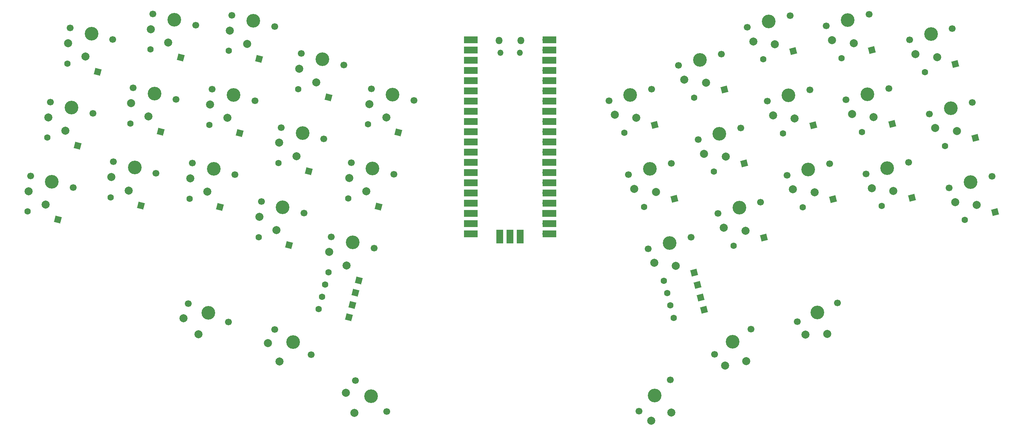
<source format=gts>
%TF.GenerationSoftware,KiCad,Pcbnew,(6.0.4)*%
%TF.CreationDate,2022-04-18T20:51:41-04:00*%
%TF.ProjectId,crowboard,63726f77-626f-4617-9264-2e6b69636164,rev?*%
%TF.SameCoordinates,Original*%
%TF.FileFunction,Soldermask,Top*%
%TF.FilePolarity,Negative*%
%FSLAX46Y46*%
G04 Gerber Fmt 4.6, Leading zero omitted, Abs format (unit mm)*
G04 Created by KiCad (PCBNEW (6.0.4)) date 2022-04-18 20:51:41*
%MOMM*%
%LPD*%
G01*
G04 APERTURE LIST*
G04 Aperture macros list*
%AMRotRect*
0 Rectangle, with rotation*
0 The origin of the aperture is its center*
0 $1 length*
0 $2 width*
0 $3 Rotation angle, in degrees counterclockwise*
0 Add horizontal line*
21,1,$1,$2,0,0,$3*%
G04 Aperture macros list end*
%ADD10C,2.000000*%
%ADD11C,3.400000*%
%ADD12C,1.700000*%
%ADD13RotRect,1.600000X1.600000X345.000000*%
%ADD14C,1.600000*%
%ADD15RotRect,1.600000X1.600000X15.000000*%
%ADD16O,1.700000X1.700000*%
%ADD17R,1.700000X3.500000*%
%ADD18R,1.700000X1.700000*%
%ADD19R,3.500000X1.700000*%
%ADD20O,1.800000X1.800000*%
%ADD21O,1.500000X1.500000*%
G04 APERTURE END LIST*
D10*
%TO.C,MX24*%
X86731487Y-90722562D03*
X91017597Y-94045101D03*
D11*
X92544629Y-88346139D03*
D12*
X87232037Y-86922634D03*
X97857221Y-89769644D03*
%TD*%
D13*
%TO.C,D11*%
X41574288Y-73045175D03*
D14*
X34040066Y-71026387D03*
%TD*%
D15*
%TO.C,D7*%
X202392307Y-59078709D03*
D14*
X194858085Y-61097497D03*
%TD*%
D10*
%TO.C,MX2*%
X59790719Y-44059782D03*
X64076829Y-47382321D03*
D12*
X60291269Y-40259854D03*
X70916453Y-43106864D03*
D11*
X65603861Y-41683359D03*
%TD*%
D15*
%TO.C,D20*%
X264785284Y-71121827D03*
D14*
X257251062Y-73140615D03*
%TD*%
D10*
%TO.C,MX28*%
X219439865Y-83919142D03*
X224813014Y-84653491D03*
D12*
X217973390Y-80378034D03*
D11*
X223285982Y-78954529D03*
D12*
X228598574Y-77531024D03*
%TD*%
D13*
%TO.C,D4*%
X103967265Y-61002057D03*
D14*
X96433043Y-58983269D03*
%TD*%
D13*
%TO.C,D15*%
X116410461Y-88166965D03*
D14*
X108876239Y-86148177D03*
%TD*%
D13*
%TO.C,D25*%
X111479959Y-106567852D03*
D14*
X103945737Y-104549064D03*
%TD*%
D10*
%TO.C,MX11*%
X34253848Y-65978465D03*
X38539958Y-69301004D03*
D11*
X40066990Y-63602042D03*
D12*
X34754398Y-62178537D03*
X45379582Y-65025547D03*
%TD*%
D15*
%TO.C,D17*%
X207322809Y-77479596D03*
D14*
X199788587Y-79498384D03*
%TD*%
D15*
%TO.C,D19*%
X244124583Y-67618590D03*
D14*
X236590361Y-69637378D03*
%TD*%
D10*
%TO.C,MX3*%
X79424231Y-44390063D03*
X83710341Y-47712602D03*
D12*
X79924781Y-40590135D03*
D11*
X85237373Y-42013640D03*
D12*
X90549965Y-43437145D03*
%TD*%
D13*
%TO.C,D14*%
X99036762Y-79402944D03*
D14*
X91502540Y-77384156D03*
%TD*%
D13*
%TO.C,D23*%
X76937998Y-88273106D03*
D14*
X69403776Y-86254318D03*
%TD*%
D10*
%TO.C,MX17*%
X197341101Y-75048980D03*
X202714250Y-75783329D03*
D12*
X195874626Y-71507872D03*
D11*
X201187218Y-70084367D03*
D12*
X206499810Y-68660862D03*
%TD*%
D10*
%TO.C,MX35*%
X202560575Y-127775631D03*
X207860846Y-126627968D03*
D12*
X199971409Y-124949641D03*
D11*
X204476745Y-121794971D03*
D12*
X208982081Y-118640301D03*
%TD*%
D15*
%TO.C,D18*%
X224491071Y-67948871D03*
D14*
X216956849Y-69967659D03*
%TD*%
D13*
%TO.C,D12*%
X62234988Y-69541938D03*
D14*
X54700766Y-67523150D03*
%TD*%
D10*
%TO.C,MX21*%
X29323346Y-84379352D03*
X33609456Y-87701891D03*
D12*
X29823896Y-80579424D03*
D11*
X35136488Y-82002929D03*
D12*
X40449080Y-83426434D03*
%TD*%
D13*
%TO.C,D22*%
X57304486Y-87942825D03*
D14*
X49770264Y-85924037D03*
%TD*%
D13*
%TO.C,D24*%
X94106260Y-97803831D03*
D14*
X86572038Y-95785043D03*
%TD*%
D13*
%TO.C,D3*%
X86684300Y-51440598D03*
D14*
X79150078Y-49421810D03*
%TD*%
D13*
%TO.C,D21*%
X36643785Y-91446062D03*
D14*
X29109563Y-89427274D03*
%TD*%
D10*
%TO.C,MX9*%
X229212372Y-46787087D03*
X234585521Y-47521436D03*
D12*
X238371081Y-40398969D03*
X227745897Y-43245979D03*
D11*
X233058489Y-41822474D03*
%TD*%
D10*
%TO.C,MX22*%
X49929713Y-80861556D03*
X54215823Y-84184095D03*
D11*
X55742855Y-78485133D03*
D12*
X50430263Y-77061628D03*
X61055447Y-79908638D03*
%TD*%
D10*
%TO.C,MX1*%
X39184351Y-47577578D03*
X43470461Y-50900117D03*
D12*
X39684901Y-43777650D03*
X50310085Y-46624660D03*
D11*
X44997493Y-45201155D03*
%TD*%
D10*
%TO.C,MX26*%
X184952238Y-102199329D03*
X190325387Y-102933678D03*
D12*
X194110947Y-95811211D03*
D11*
X188798355Y-97234716D03*
D12*
X183485763Y-98658221D03*
%TD*%
D10*
%TO.C,MX33*%
X108306094Y-134475730D03*
X110356704Y-139496188D03*
D11*
X114528634Y-135324258D03*
D12*
X110639547Y-131435171D03*
X118417721Y-139213345D03*
%TD*%
D10*
%TO.C,MX5*%
X114074858Y-62713926D03*
X118360968Y-66036465D03*
D12*
X114575408Y-58913998D03*
D11*
X119888000Y-60337503D03*
D12*
X125200592Y-61761008D03*
%TD*%
D15*
%TO.C,D6*%
X185018608Y-67842729D03*
D14*
X177484386Y-69861517D03*
%TD*%
D13*
%TO.C,D1*%
X46571198Y-54662082D03*
D14*
X39036976Y-52643294D03*
%TD*%
D10*
%TO.C,MX30*%
X259788412Y-87077540D03*
X265161561Y-87811889D03*
D12*
X258321937Y-83536432D03*
X268947121Y-80689422D03*
D11*
X263634529Y-82112927D03*
%TD*%
D10*
%TO.C,MX10*%
X249927406Y-50275766D03*
X255300555Y-51010115D03*
D12*
X248460931Y-46734658D03*
X259086115Y-43887648D03*
D11*
X253773523Y-45311153D03*
%TD*%
D10*
%TO.C,MX6*%
X175145566Y-65382997D03*
X180518715Y-66117346D03*
D11*
X178991683Y-60418384D03*
D12*
X173679091Y-61841889D03*
X184304275Y-58994879D03*
%TD*%
D10*
%TO.C,MX14*%
X91661990Y-72321675D03*
X95948100Y-75644214D03*
D12*
X102787724Y-71368757D03*
X92162540Y-68521747D03*
D11*
X97475132Y-69945252D03*
%TD*%
D15*
%TO.C,D36*%
X195701364Y-107711318D03*
D14*
X188167142Y-109730106D03*
%TD*%
D10*
%TO.C,MX16*%
X180021735Y-83798442D03*
X185394884Y-84532791D03*
D11*
X183867852Y-78833829D03*
D12*
X178555260Y-80257334D03*
X189180444Y-77410324D03*
%TD*%
D10*
%TO.C,MX23*%
X69563226Y-81191837D03*
X73849336Y-84514376D03*
D12*
X70063776Y-77391909D03*
X80688960Y-80238919D03*
D11*
X75376368Y-78815414D03*
%TD*%
D10*
%TO.C,MX13*%
X74493729Y-62790950D03*
X78779839Y-66113489D03*
D11*
X80306871Y-60414527D03*
D12*
X85619463Y-61838032D03*
X74994279Y-58991022D03*
%TD*%
D10*
%TO.C,MX19*%
X234142875Y-65187974D03*
X239516024Y-65922323D03*
D11*
X237988992Y-60223361D03*
D12*
X232676400Y-61646866D03*
X243301584Y-58799856D03*
%TD*%
D10*
%TO.C,MX32*%
X88839957Y-122149865D03*
X91731207Y-126737966D03*
D11*
X95115308Y-121904969D03*
D12*
X99620644Y-125059639D03*
X90609972Y-118750299D03*
%TD*%
D16*
%TO.C,U1*%
X151638000Y-94766000D03*
D17*
X151638000Y-95666000D03*
X149098000Y-95666000D03*
D18*
X149098000Y-94766000D03*
D17*
X146558000Y-95666000D03*
D16*
X146558000Y-94766000D03*
X157988000Y-46736000D03*
D19*
X158888000Y-46736000D03*
D16*
X157988000Y-49276000D03*
D19*
X158888000Y-49276000D03*
D18*
X157988000Y-51816000D03*
D19*
X158888000Y-51816000D03*
D16*
X157988000Y-54356000D03*
D19*
X158888000Y-54356000D03*
X158888000Y-56896000D03*
D16*
X157988000Y-56896000D03*
D19*
X158888000Y-59436000D03*
D16*
X157988000Y-59436000D03*
D19*
X158888000Y-61976000D03*
D16*
X157988000Y-61976000D03*
D18*
X157988000Y-64516000D03*
D19*
X158888000Y-64516000D03*
D16*
X157988000Y-67056000D03*
D19*
X158888000Y-67056000D03*
X158888000Y-69596000D03*
D16*
X157988000Y-69596000D03*
D19*
X158888000Y-72136000D03*
D16*
X157988000Y-72136000D03*
D19*
X158888000Y-74676000D03*
D16*
X157988000Y-74676000D03*
D18*
X157988000Y-77216000D03*
D19*
X158888000Y-77216000D03*
D16*
X157988000Y-79756000D03*
D19*
X158888000Y-79756000D03*
X158888000Y-82296000D03*
D16*
X157988000Y-82296000D03*
D19*
X158888000Y-84836000D03*
D16*
X157988000Y-84836000D03*
D19*
X158888000Y-87376000D03*
D16*
X157988000Y-87376000D03*
D18*
X157988000Y-89916000D03*
D19*
X158888000Y-89916000D03*
X158888000Y-92456000D03*
D16*
X157988000Y-92456000D03*
D19*
X158888000Y-94996000D03*
D16*
X157988000Y-94996000D03*
X140208000Y-94996000D03*
D19*
X139308000Y-94996000D03*
X139308000Y-92456000D03*
D16*
X140208000Y-92456000D03*
D18*
X140208000Y-89916000D03*
D19*
X139308000Y-89916000D03*
D16*
X140208000Y-87376000D03*
D19*
X139308000Y-87376000D03*
D16*
X140208000Y-84836000D03*
D19*
X139308000Y-84836000D03*
D16*
X140208000Y-82296000D03*
D19*
X139308000Y-82296000D03*
X139308000Y-79756000D03*
D16*
X140208000Y-79756000D03*
D19*
X139308000Y-77216000D03*
D18*
X140208000Y-77216000D03*
D16*
X140208000Y-74676000D03*
D19*
X139308000Y-74676000D03*
X139308000Y-72136000D03*
D16*
X140208000Y-72136000D03*
D19*
X139308000Y-69596000D03*
D16*
X140208000Y-69596000D03*
D19*
X139308000Y-67056000D03*
D16*
X140208000Y-67056000D03*
D19*
X139308000Y-64516000D03*
D18*
X140208000Y-64516000D03*
D16*
X140208000Y-61976000D03*
D19*
X139308000Y-61976000D03*
X139308000Y-59436000D03*
D16*
X140208000Y-59436000D03*
D19*
X139308000Y-56896000D03*
D16*
X140208000Y-56896000D03*
X140208000Y-54356000D03*
D19*
X139308000Y-54356000D03*
X139308000Y-51816000D03*
D18*
X140208000Y-51816000D03*
D16*
X140208000Y-49276000D03*
D19*
X139308000Y-49276000D03*
D16*
X140208000Y-46736000D03*
D19*
X139308000Y-46736000D03*
D20*
X146373000Y-46866000D03*
D21*
X146673000Y-49896000D03*
D20*
X151823000Y-46866000D03*
D21*
X151523000Y-49896000D03*
%TD*%
D15*
%TO.C,D34*%
X197344865Y-113844947D03*
D14*
X189810643Y-115863735D03*
%TD*%
D15*
%TO.C,D26*%
X194879613Y-104644503D03*
D14*
X187345391Y-106663291D03*
%TD*%
D10*
%TO.C,MX34*%
X184214892Y-141436800D03*
X189235350Y-139386190D03*
D12*
X188952507Y-131325173D03*
X181174333Y-139103347D03*
D11*
X185063420Y-135214260D03*
%TD*%
D10*
%TO.C,MX15*%
X109090022Y-81100254D03*
X113376132Y-84422793D03*
D11*
X114903164Y-78723831D03*
D12*
X120215756Y-80147336D03*
X109590572Y-77300326D03*
%TD*%
D10*
%TO.C,MX7*%
X192464931Y-56633534D03*
X197838080Y-57367883D03*
D12*
X190998456Y-53092426D03*
X201623640Y-50245416D03*
D11*
X196311048Y-51668921D03*
%TD*%
D10*
%TO.C,MX25*%
X104159519Y-99501141D03*
X108445629Y-102823680D03*
D12*
X104660069Y-95701213D03*
D11*
X109972661Y-97124718D03*
D12*
X115285253Y-98548223D03*
%TD*%
D15*
%TO.C,D27*%
X212253312Y-95880483D03*
D14*
X204719090Y-97899271D03*
%TD*%
D15*
%TO.C,D29*%
X249055086Y-86019477D03*
D14*
X241520864Y-88038265D03*
%TD*%
D13*
%TO.C,D2*%
X67165491Y-51141051D03*
D14*
X59631269Y-49122263D03*
%TD*%
D13*
%TO.C,D33*%
X109022925Y-115737627D03*
D14*
X101488703Y-113718839D03*
%TD*%
D10*
%TO.C,MX20*%
X254857909Y-68676653D03*
X260231058Y-69411002D03*
D12*
X253391434Y-65135545D03*
D11*
X258704026Y-63712040D03*
D12*
X264016618Y-62288535D03*
%TD*%
D10*
%TO.C,MX4*%
X96646826Y-53935346D03*
X100932936Y-57257885D03*
D12*
X107772560Y-52982428D03*
D11*
X102459968Y-51558923D03*
D12*
X97147376Y-50135418D03*
%TD*%
D15*
%TO.C,D9*%
X239079377Y-49248438D03*
D14*
X231545155Y-51267226D03*
%TD*%
D10*
%TO.C,MX27*%
X202271604Y-93449867D03*
X207644753Y-94184216D03*
D12*
X200805129Y-89908759D03*
D11*
X206117721Y-88485254D03*
D12*
X211430313Y-87061749D03*
%TD*%
D10*
%TO.C,MX36*%
X222607981Y-120066371D03*
X228027019Y-119856526D03*
D12*
X220548878Y-116833710D03*
X230518264Y-112184910D03*
D11*
X225533571Y-114509310D03*
%TD*%
D15*
%TO.C,D16*%
X189949111Y-86243616D03*
D14*
X182414889Y-88262404D03*
%TD*%
D15*
%TO.C,D28*%
X229421574Y-86349758D03*
D14*
X221887352Y-88368546D03*
%TD*%
D15*
%TO.C,D30*%
X269715787Y-89522714D03*
D14*
X262181565Y-91541502D03*
%TD*%
D15*
%TO.C,D10*%
X259854781Y-52720940D03*
D14*
X252320559Y-54739728D03*
%TD*%
D10*
%TO.C,MX8*%
X209578859Y-47117368D03*
X214952008Y-47851717D03*
D12*
X208112384Y-43576260D03*
X218737568Y-40729250D03*
D11*
X213424976Y-42152755D03*
%TD*%
D15*
%TO.C,D8*%
X219560568Y-49547984D03*
D14*
X212026346Y-51566772D03*
%TD*%
D10*
%TO.C,MX29*%
X239073378Y-83588861D03*
X244446527Y-84323210D03*
D12*
X248232087Y-77200743D03*
X237606903Y-80047753D03*
D11*
X242919495Y-78624248D03*
%TD*%
D13*
%TO.C,D32*%
X109844675Y-112670813D03*
D14*
X102310453Y-110652025D03*
%TD*%
D13*
%TO.C,D13*%
X81868501Y-69872219D03*
D14*
X74334279Y-67853431D03*
%TD*%
D15*
%TO.C,D35*%
X196523114Y-110778132D03*
D14*
X188988892Y-112796920D03*
%TD*%
D13*
%TO.C,D31*%
X110658208Y-109634666D03*
D14*
X103123986Y-107615878D03*
%TD*%
D13*
%TO.C,D5*%
X121340964Y-69766078D03*
D14*
X113806742Y-67747290D03*
%TD*%
D10*
%TO.C,MX12*%
X54860216Y-62460669D03*
X59146326Y-65783208D03*
D12*
X55360766Y-58660741D03*
X65985950Y-61507751D03*
D11*
X60673358Y-60084246D03*
%TD*%
D10*
%TO.C,MX18*%
X214509362Y-65518255D03*
X219882511Y-66252604D03*
D12*
X223668071Y-59130137D03*
D11*
X218355479Y-60553642D03*
D12*
X213042887Y-61977147D03*
%TD*%
D10*
%TO.C,MX31*%
X67920994Y-115950186D03*
X71565034Y-119966524D03*
D11*
X74058482Y-114619308D03*
D12*
X79043175Y-116943708D03*
X69073789Y-112294908D03*
%TD*%
M02*

</source>
